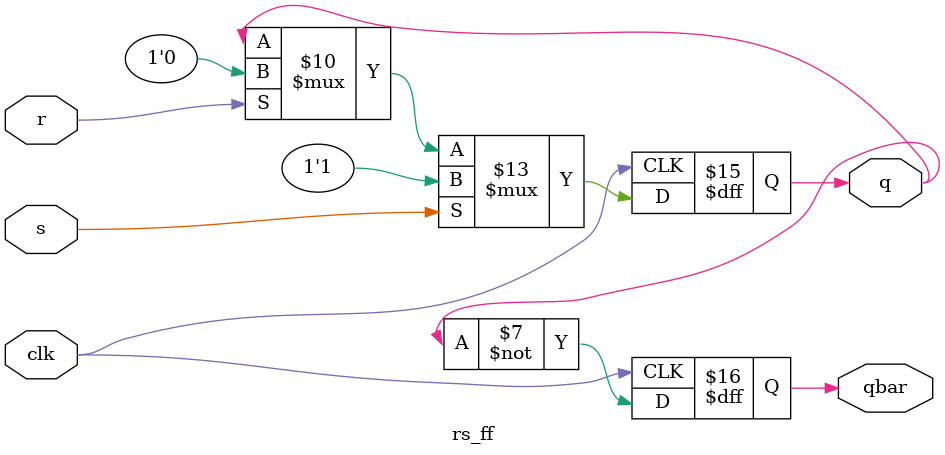
<source format=v>
`timescale 1ns / 1ps
module rs_ff(q, qbar, s,r ,clk);
input s,r;
input  clk;
output reg q, qbar;
  
always@(posedge clk)
begin
if(s==1)
begin
q<=1;
end
else if (r==1)
begin
q<=0;
end
else if (s==0 & r==0)
begin
q<=q;
end

qbar=~q;
end
endmodule

</source>
